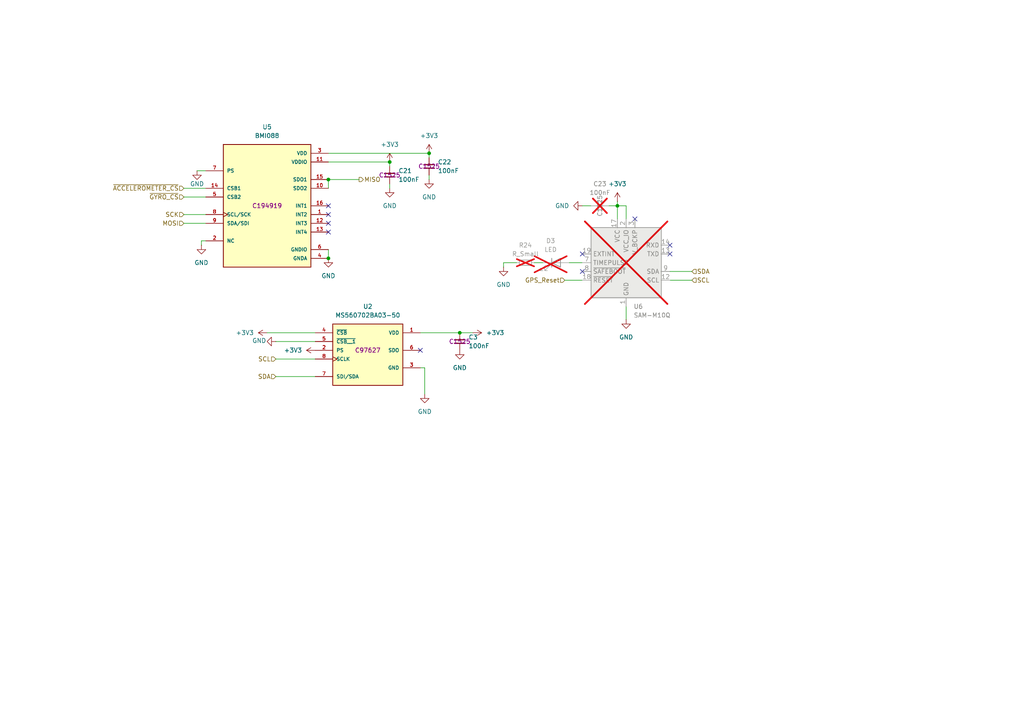
<source format=kicad_sch>
(kicad_sch (version 20250114) (generator "eeschema") (generator_version "9.0")
  (paper "A4")
  (title_block (title "Anthony Runio") (date "2025-01-07") (rev "1.0") (company "Oregon State University") (comment 1 "Sensor block for ASDT flight computer"))
  (lib_symbols
    (symbol "BMI088:BMI088" (pin_names (offset 1.016))
      (property "Reference" "U" (at -12.7 18.415 0))
      (property "Value" "BMI088" (at -12.7 -20.32 0))
      (symbol "BMI088_0_0"
        (rectangle (start -12.7 -17.78) (end 12.7 17.78) (stroke (width 0.254)) (fill (type background)))
        (pin input line (at -17.78 10.16 0) (length 5.08) (name "PS") (number "7"))
        (pin input line (at -17.78 5.08 0) (length 5.08) (name "CSB1") (number "14"))
        (pin input line (at -17.78 2.54 0) (length 5.08) (name "CSB2") (number "5"))
        (pin input clock (at -17.78 -2.54 0) (length 5.08) (name "SCL/SCK") (number "8"))
        (pin bidirectional line (at -17.78 -5.08 0) (length 5.08) (name "SDA/SDI") (number "9"))
        (pin passive line (at -17.78 -10.16 0) (length 5.08) (name "NC") (number "2"))
        (pin power_in line (at 17.78 15.24 180) (length 5.08) (name "VDD") (number "3"))
        (pin power_in line (at 17.78 12.7 180) (length 5.08) (name "VDDIO") (number "11"))
        (pin output line (at 17.78 7.62 180) (length 5.08) (name "SDO1") (number "15"))
        (pin output line (at 17.78 5.08 180) (length 5.08) (name "SDO2") (number "10"))
        (pin bidirectional line (at 17.78 0 180) (length 5.08) (name "INT1") (number "16"))
        (pin bidirectional line (at 17.78 -2.54 180) (length 5.08) (name "INT2") (number "1"))
        (pin bidirectional line (at 17.78 -5.08 180) (length 5.08) (name "INT3") (number "12"))
        (pin bidirectional line (at 17.78 -7.62 180) (length 5.08) (name "INT4") (number "13"))
        (pin power_in line (at 17.78 -12.7 180) (length 5.08) (name "GNDIO") (number "6"))
        (pin power_in line (at 17.78 -15.24 180) (length 5.08) (name "GNDA") (number "4"))
      )
    )
    (symbol "Device:C_Small" (pin_numbers (hide yes)) (pin_names (offset 0.254) (hide yes))
      (property "Reference" "C" (at 0.254 1.778 0))
      (property "Value" "C_Small" (at 0.254 -2.032 0))
      (symbol "C_Small_0_1"
        (polyline (pts (xy -1.524 0.508) (xy 1.524 0.508)) (stroke (width 0.3048)))
        (polyline (pts (xy -1.524 -0.508) (xy 1.524 -0.508)) (stroke (width 0.3302)))
      )
      (symbol "C_Small_1_1"
        (pin passive line (at 0 2.54 270) (length 2.032) (name "~") (number "1"))
        (pin passive line (at 0 -2.54 90) (length 2.032) (name "~") (number "2"))
      )
    )
    (symbol "Device:LED" (pin_numbers (hide yes)) (pin_names (offset 1.016) (hide yes))
      (property "Reference" "D" (at 0 2.54 0))
      (property "Value" "LED" (at 0 -2.54 0))
      (symbol "LED_0_1"
        (polyline (pts (xy -3.048 -0.762) (xy -4.572 -2.286) (xy -3.81 -2.286) (xy -4.572 -2.286) (xy -4.572 -1.524)))
        (polyline (pts (xy -1.778 -0.762) (xy -3.302 -2.286) (xy -2.54 -2.286) (xy -3.302 -2.286) (xy -3.302 -1.524)))
        (polyline (pts (xy -1.27 0) (xy 1.27 0)))
        (polyline (pts (xy -1.27 -1.27) (xy -1.27 1.27)) (stroke (width 0.254)))
        (polyline (pts (xy 1.27 -1.27) (xy 1.27 1.27) (xy -1.27 0) (xy 1.27 -1.27)) (stroke (width 0.254)))
      )
      (symbol "LED_1_1"
        (pin passive line (at -3.81 0 0) (length 2.54) (name "K") (number "1"))
        (pin passive line (at 3.81 0 180) (length 2.54) (name "A") (number "2"))
      )
    )
    (symbol "Device:R_Small" (pin_numbers (hide yes)) (pin_names (offset 0.254) (hide yes))
      (property "Reference" "R" (at 0.762 0.508 0))
      (property "Value" "R_Small" (at 0.762 -1.016 0))
      (symbol "R_Small_0_1"
        (rectangle (start -0.762 1.778) (end 0.762 -1.778) (stroke (width 0.2032)))
      )
      (symbol "R_Small_1_1"
        (pin passive line (at 0 2.54 270) (length 0.762) (name "~") (number "1"))
        (pin passive line (at 0 -2.54 90) (length 0.762) (name "~") (number "2"))
      )
    )
    (symbol "MS560702BA03-50:MS560702BA03-50" (pin_names (offset 1.016))
      (property "Reference" "U" (at -10.1694 8.3898 0))
      (property "Value" "MS560702BA03-50" (at -10.1682 -12.7082 0))
      (symbol "MS560702BA03-50_0_0"
        (rectangle (start -10.16 -10.16) (end 10.16 7.62) (stroke (width 0.254)) (fill (type background)))
        (pin input line (at -15.24 5.08 0) (length 5.08) (name "~{CSB}") (number "4"))
        (pin input line (at -15.24 2.54 0) (length 5.08) (name "~{CSB__1}") (number "5"))
        (pin input line (at -15.24 0 0) (length 5.08) (name "PS") (number "2"))
        (pin input clock (at -15.24 -2.54 0) (length 5.08) (name "SCLK") (number "8"))
        (pin bidirectional line (at -15.24 -7.62 0) (length 5.08) (name "SDI/SDA") (number "7"))
        (pin power_in line (at 15.24 5.08 180) (length 5.08) (name "VDD") (number "1"))
        (pin output line (at 15.24 0 180) (length 5.08) (name "SDO") (number "6"))
        (pin power_in line (at 15.24 -5.08 180) (length 5.08) (name "GND") (number "3"))
      )
    )
    (symbol "RF_GPS:SAM-M8Q"
      (property "Reference" "U" (at -8.89 11.43 0))
      (property "Value" "SAM-M8Q" (at 8.89 11.43 0))
      (symbol "SAM-M8Q_0_1"
        (rectangle (start -10.16 10.16) (end 10.16 -10.16) (stroke (width 0.254)) (fill (type background)))
      )
      (symbol "SAM-M8Q_1_1"
        (pin input line (at -12.7 2.54 0) (length 2.54) (name "EXTINT") (number "19"))
        (pin output line (at -12.7 0 0) (length 2.54) (name "TIMEPULSE") (number "7"))
        (pin input line (at -12.7 -2.54 0) (length 2.54) (name "~{SAFEBOOT}") (number "8"))
        (pin input line (at -12.7 -5.08 0) (length 2.54) (name "~{RESET}") (number "18"))
        (pin power_in line (at -2.54 12.7 270) (length 2.54) (name "VCC") (number "17"))
        (pin power_in line (at 0 12.7 270) (length 2.54) (name "VCC_IO") (number "2"))
        (pin power_in line (at 0 -12.7 90) (length 2.54) (name "GND") (number "1"))
        (pin passive line (at 0 -12.7 90) (length 2.54) (hide yes) (name "GND") (number "10"))
        (pin passive line (at 0 -12.7 90) (length 2.54) (hide yes) (name "GND") (number "11"))
        (pin passive line (at 0 -12.7 90) (length 2.54) (hide yes) (name "GND") (number "15"))
        (pin passive line (at 0 -12.7 90) (length 2.54) (hide yes) (name "GND") (number "16"))
        (pin passive line (at 0 -12.7 90) (length 2.54) (hide yes) (name "GND") (number "20"))
        (pin passive line (at 0 -12.7 90) (length 2.54) (hide yes) (name "GND") (number "4"))
        (pin passive line (at 0 -12.7 90) (length 2.54) (hide yes) (name "GND") (number "5"))
        (pin passive line (at 0 -12.7 90) (length 2.54) (hide yes) (name "GND") (number "6"))
        (pin power_in line (at 2.54 12.7 270) (length 2.54) (name "V_BCKP") (number "3"))
        (pin input line (at 12.7 5.08 180) (length 2.54) (name "RXD") (number "14"))
        (pin output line (at 12.7 2.54 180) (length 2.54) (name "TXD") (number "13"))
        (pin bidirectional line (at 12.7 -2.54 180) (length 2.54) (name "SDA") (number "9"))
        (pin input line (at 12.7 -5.08 180) (length 2.54) (name "SCL") (number "12"))
      )
    )
    (symbol "power:+3V3" (power) (pin_numbers (hide yes)) (pin_names (offset 0) (hide yes))
      (property "Value" "+3V3" (at 0 3.556 0))
      (symbol "+3V3_0_1"
        (polyline (pts (xy -0.762 1.27) (xy 0 2.54)))
        (polyline (pts (xy 0 2.54) (xy 0.762 1.27)))
        (polyline (pts (xy 0 0) (xy 0 2.54)))
      )
      (symbol "+3V3_1_1"
        (pin power_in line (at 0 0 90) (length 0) (name "~") (number "1"))
      )
    )
    (symbol "power:GND" (power) (pin_numbers (hide yes)) (pin_names (offset 0) (hide yes))
      (property "Value" "GND" (at 0 -3.81 0))
      (symbol "GND_0_1"
        (polyline (pts (xy 0 0) (xy 0 -1.27) (xy 1.27 -1.27) (xy 0 -2.54) (xy -1.27 -1.27) (xy 0 -1.27)))
      )
      (symbol "GND_1_1"
        (pin power_in line (at 0 0 270) (length 0) (name "~") (number "1"))
      )
    )
  )
  (junction (at 179.07 59.69))
  (junction (at 95.25 52.07))
  (junction (at 113.03 46.99))
  (junction (at 95.25 74.93))
  (junction (at 133.35 96.52))
  (junction (at 124.46 44.45))
  (no_connect (at 121.92 101.6))
  (no_connect (at 95.25 64.77))
  (no_connect (at 95.25 67.31))
  (no_connect (at 95.25 59.69))
  (no_connect (at 184.15 63.5))
  (no_connect (at 194.31 71.12))
  (no_connect (at 194.31 73.66))
  (no_connect (at 168.91 78.74))
  (no_connect (at 95.25 62.23))
  (no_connect (at 168.91 73.66))
  (wire (pts (xy 133.35 96.52) (xy 137.16 96.52)))
  (wire (pts (xy 124.46 50.8) (xy 124.46 52.07)))
  (wire (pts (xy 77.47 96.52) (xy 91.44 96.52)))
  (wire (pts (xy 194.31 81.28) (xy 200.66 81.28)))
  (wire (pts (xy 179.07 59.69) (xy 176.53 59.69)))
  (wire (pts (xy 80.01 99.06) (xy 91.44 99.06)))
  (wire (pts (xy 146.05 77.47) (xy 146.05 76.2)))
  (wire (pts (xy 121.92 96.52) (xy 133.35 96.52)))
  (wire (pts (xy 95.25 52.07) (xy 104.14 52.07)))
  (wire (pts (xy 113.03 46.99) (xy 95.25 46.99)))
  (wire (pts (xy 95.25 44.45) (xy 124.46 44.45)))
  (wire (pts (xy 59.69 49.53) (xy 57.15 49.53)))
  (wire (pts (xy 58.42 69.85) (xy 58.42 71.12)))
  (wire (pts (xy 59.69 69.85) (xy 58.42 69.85)))
  (wire (pts (xy 53.34 57.15) (xy 59.69 57.15)))
  (wire (pts (xy 179.07 58.42) (xy 179.07 59.69)))
  (wire (pts (xy 53.34 62.23) (xy 59.69 62.23)))
  (wire (pts (xy 91.44 109.22) (xy 80.01 109.22)))
  (wire (pts (xy 80.01 104.14) (xy 91.44 104.14)))
  (wire (pts (xy 163.83 81.28) (xy 168.91 81.28)))
  (wire (pts (xy 124.46 44.45) (xy 124.46 45.72)))
  (wire (pts (xy 165.1 76.2) (xy 168.91 76.2)))
  (wire (pts (xy 113.03 48.26) (xy 113.03 46.99)))
  (wire (pts (xy 53.34 54.61) (xy 59.69 54.61)))
  (wire (pts (xy 194.31 78.74) (xy 200.66 78.74)))
  (wire (pts (xy 95.25 52.07) (xy 95.25 54.61)))
  (wire (pts (xy 179.07 63.5) (xy 179.07 59.69)))
  (wire (pts (xy 95.25 72.39) (xy 95.25 74.93)))
  (wire (pts (xy 181.61 88.9) (xy 181.61 92.71)))
  (wire (pts (xy 154.94 76.2) (xy 157.48 76.2)))
  (wire (pts (xy 113.03 53.34) (xy 113.03 54.61)))
  (wire (pts (xy 121.92 106.68) (xy 123.19 106.68)))
  (wire (pts (xy 181.61 59.69) (xy 179.07 59.69)))
  (wire (pts (xy 53.34 64.77) (xy 59.69 64.77)))
  (wire (pts (xy 168.91 59.69) (xy 171.45 59.69)))
  (wire (pts (xy 181.61 63.5) (xy 181.61 59.69)))
  (wire (pts (xy 146.05 76.2) (xy 149.86 76.2)))
  (wire (pts (xy 123.19 106.68) (xy 123.19 114.3)))
  (hierarchical_label "SDA" (shape input) (at 200.66 78.74 0))
  (hierarchical_label "SDA" (shape input) (at 80.01 109.22 180))
  (hierarchical_label "GPS_Reset" (shape input) (at 163.83 81.28 180))
  (hierarchical_label "MISO" (shape output) (at 104.14 52.07 0))
  (hierarchical_label "~{ACCELEROMETER_CS}" (shape input) (at 53.34 54.61 180))
  (hierarchical_label "~{GYRO_CS}" (shape input) (at 53.34 57.15 180))
  (hierarchical_label "SCL" (shape input) (at 200.66 81.28 0))
  (hierarchical_label "MOSI" (shape input) (at 53.34 64.77 180))
  (hierarchical_label "SCL" (shape input) (at 80.01 104.14 180))
  (hierarchical_label "SCK" (shape input) (at 53.34 62.23 180))
  (symbol (lib_id "Device:R_Small") (at 152.4 76.2 270) (unit 1) (dnp yes)
    (property "Reference" "R24" (at 152.4 71.12 90))
    (property "Value" "R_Small" (at 152.4 73.66 90))
    (property "Footprint" "Resistor_SMD:R_0603_1608Metric" (effects (hide yes)))
    (property "Description" "Resistor, small symbol" (effects (hide yes)))
  )
  (symbol (lib_id "power:+3V3") (at 91.44 101.6 90) (unit 1)
    (property "Reference" "#PWR065" (effects (hide yes)))
    (property "Value" "+3V3" (at 87.63 101.5999 90) (effects (justify left)))
    (property "Description" "Power symbol creates a global label with name \"+3V3\"" (effects (hide yes)))
  )
  (symbol (lib_id "Device:C_Small") (at 113.03 50.8 0) (unit 1)
    (property "Reference" "C21" (at 115.57 49.5362 0) (effects (justify left)))
    (property "Value" "100nF" (at 115.57 52.0762 0) (effects (justify left)))
    (property "Footprint" "Capacitor_SMD:C_0402_1005Metric" (effects (hide yes)))
    (property "Description" "Unpolarized capacitor, small symbol" (effects (hide yes)))
    (property "LCSC" "C1525" (at 113.03 50.8 0))
  )
  (symbol (lib_id "Device:C_Small") (at 124.46 48.26 0) (unit 1)
    (property "Reference" "C22" (at 127 46.9962 0) (effects (justify left)))
    (property "Value" "100nF" (at 127 49.5362 0) (effects (justify left)))
    (property "Footprint" "Capacitor_SMD:C_0402_1005Metric" (effects (hide yes)))
    (property "Description" "Unpolarized capacitor, small symbol" (effects (hide yes)))
    (property "LCSC" "C1525" (at 124.46 48.26 0))
  )
  (symbol (lib_id "power:GND") (at 133.35 101.6 0) (unit 1)
    (property "Reference" "#PWR07" (effects (hide yes)))
    (property "Value" "GND" (at 133.35 106.68 0))
    (property "Description" "Power symbol creates a global label with name \"GND\" , ground" (effects (hide yes)))
  )
  (symbol (lib_id "Device:LED") (at 161.29 76.2 0) (unit 1) (dnp yes)
    (property "Reference" "D3" (at 159.7025 69.85 0))
    (property "Value" "LED" (at 159.7025 72.39 0))
    (property "Footprint" "LED_SMD:LED_0603_1608Metric" (effects (hide yes)))
    (property "Description" "Light emitting diode" (effects (hide yes)))
    (property "Sim.Pins" "1=K 2=A" (effects (hide yes)))
  )
  (symbol (lib_id "power:GND") (at 58.42 71.12 0) (unit 1)
    (property "Reference" "#PWR086" (effects (hide yes)))
    (property "Value" "GND" (at 58.42 76.2 0))
    (property "Description" "Power symbol creates a global label with name \"GND\" , ground" (effects (hide yes)))
  )
  (symbol (lib_id "power:+3V3") (at 137.16 96.52 270) (unit 1)
    (property "Reference" "#PWR063" (effects (hide yes)))
    (property "Value" "+3V3" (at 140.97 96.5199 90) (effects (justify left)))
    (property "Description" "Power symbol creates a global label with name \"+3V3\"" (effects (hide yes)))
  )
  (symbol (lib_id "power:GND") (at 168.91 59.69 270) (unit 1)
    (property "Reference" "#PWR058" (effects (hide yes)))
    (property "Value" "GND" (at 165.1 59.6899 90) (effects (justify right)))
    (property "Description" "Power symbol creates a global label with name \"GND\" , ground" (effects (hide yes)))
  )
  (symbol (lib_id "power:GND") (at 124.46 52.07 0) (unit 1)
    (property "Reference" "#PWR049" (effects (hide yes)))
    (property "Value" "GND" (at 124.46 57.15 0))
    (property "Description" "Power symbol creates a global label with name \"GND\" , ground" (effects (hide yes)))
  )
  (symbol (lib_id "power:GND") (at 181.61 92.71 0) (unit 1)
    (property "Reference" "#PWR060" (effects (hide yes)))
    (property "Value" "GND" (at 181.61 97.79 0))
    (property "Description" "Power symbol creates a global label with name \"GND\" , ground" (effects (hide yes)))
  )
  (symbol (lib_id "power:GND") (at 146.05 77.47 0) (unit 1)
    (property "Reference" "#PWR074" (effects (hide yes)))
    (property "Value" "GND" (at 146.05 82.55 0))
    (property "Description" "Power symbol creates a global label with name \"GND\" , ground" (effects (hide yes)))
  )
  (symbol (lib_id "power:+3V3") (at 77.47 96.52 90) (unit 1)
    (property "Reference" "#PWR064" (effects (hide yes)))
    (property "Value" "+3V3" (at 73.66 96.5199 90) (effects (justify left)))
    (property "Description" "Power symbol creates a global label with name \"+3V3\"" (effects (hide yes)))
  )
  (symbol (lib_id "power:+3V3") (at 113.03 46.99 0) (unit 1)
    (property "Reference" "#PWR055" (effects (hide yes)))
    (property "Value" "+3V3" (at 113.03 41.91 0))
    (property "Description" "Power symbol creates a global label with name \"+3V3\"" (effects (hide yes)))
  )
  (symbol (lib_id "power:GND") (at 123.19 114.3 0) (unit 1)
    (property "Reference" "#PWR03" (effects (hide yes)))
    (property "Value" "GND" (at 123.19 119.38 0))
    (property "Description" "Power symbol creates a global label with name \"GND\" , ground" (effects (hide yes)))
  )
  (symbol (lib_id "MS560702BA03-50:MS560702BA03-50") (at 106.68 101.6 0) (unit 1)
    (property "Reference" "U2" (at 106.68 88.9 0))
    (property "Value" "MS560702BA03-50" (at 106.68 91.44 0))
    (property "Footprint" "MS56:SON8_MS5611_TEC" (effects (hide yes)))
    (property "STANDARD" "MANUFACTURER RECOMMENDATIONS" (effects (hide yes)))
    (property "MANUFACTURER" "TE CONNECTIVITY" (effects (hide yes)))
    (property "LCSC" "C97627" (at 106.68 101.6 0))
  )
  (symbol (lib_id "power:GND") (at 57.15 49.53 0) (unit 1)
    (property "Reference" "#PWR084" (effects (hide yes)))
    (property "Value" "GND" (at 57.15 53.34 0))
    (property "Description" "Power symbol creates a global label with name \"GND\" , ground" (effects (hide yes)))
  )
  (symbol (lib_id "BMI088:BMI088") (at 77.47 59.69 0) (unit 1)
    (property "Reference" "U5" (at 77.47 36.83 0))
    (property "Value" "BMI088" (at 77.47 39.37 0))
    (property "Footprint" "asdt-4:PQFN50P450X300X100-16N" (effects (hide yes)))
    (property "MF" "Bosch Sensortec" (effects (hide yes)))
    (property "PURCHASE-URL" "https://pricing.snapeda.com/search/part/BMI088/?ref=eda" (effects (hide yes)))
    (property "PACKAGE" "VFLGA-16 Bosch Sensortec" (effects (hide yes)))
    (property "PRICE" "None" (effects (hide yes)))
    (property "MP" "BMI088" (effects (hide yes)))
    (property "AVAILABILITY" "In Stock" (effects (hide yes)))
    (property "DESCRIPTION" "Accelerometer, Gyroscope, 6 Axis Sensor I²C, SPI Output" (effects (hide yes)))
    (property "LCSC" "C194919" (at 77.47 59.69 0))
  )
  (symbol (lib_id "power:+3V3") (at 179.07 58.42 0) (unit 1)
    (property "Reference" "#PWR059" (effects (hide yes)))
    (property "Value" "+3V3" (at 179.07 53.34 0))
    (property "Description" "Power symbol creates a global label with name \"+3V3\"" (effects (hide yes)))
  )
  (symbol (lib_id "RF_GPS:SAM-M8Q") (at 181.61 76.2 0) (unit 1) (dnp yes)
    (property "Reference" "U6" (at 183.7533 88.9 0) (effects (justify left)))
    (property "Value" "SAM-M10Q" (at 183.7533 91.44 0) (effects (justify left)))
    (property "Footprint" "RF_GPS:ublox_SAM-M8Q" (effects (hide yes)))
    (property "Datasheet" "https://www.u-blox.com/sites/default/files/SAM-M8Q_DataSheet_%28UBX-16012619%29.pdf" (effects (hide yes)))
    (property "Description" "GPS ublox M8 variant" (effects (hide yes)))
  )
  (symbol (lib_id "Device:C_Small") (at 133.35 99.06 0) (unit 1)
    (property "Reference" "C3" (at 135.89 97.7962 0) (effects (justify left)))
    (property "Value" "100nF" (at 135.89 100.3362 0) (effects (justify left)))
    (property "Footprint" "Capacitor_SMD:C_0402_1005Metric" (effects (hide yes)))
    (property "Description" "Unpolarized capacitor, small symbol" (effects (hide yes)))
    (property "LCSC" "C1525" (at 133.35 99.06 0))
  )
  (symbol (lib_id "Device:C_Small") (at 173.99 59.69 90) (unit 1) (dnp yes)
    (property "Reference" "C23" (at 173.9963 53.34 90))
    (property "Value" "100nF" (at 173.9963 55.88 90))
    (property "Footprint" "Capacitor_SMD:C_0402_1005Metric" (effects (hide yes)))
    (property "Description" "Unpolarized capacitor, small symbol" (effects (hide yes)))
    (property "LCSC" "C1525" (at 173.99 59.69 0))
  )
  (symbol (lib_id "power:GND") (at 80.01 99.06 270) (unit 1)
    (property "Reference" "#PWR06" (effects (hide yes)))
    (property "Value" "GND" (at 75.184 98.806 90))
    (property "Description" "Power symbol creates a global label with name \"GND\" , ground" (effects (hide yes)))
  )
  (symbol (lib_id "power:+3V3") (at 124.46 44.45 0) (unit 1)
    (property "Reference" "#PWR054" (effects (hide yes)))
    (property "Value" "+3V3" (at 124.46 39.37 0))
    (property "Description" "Power symbol creates a global label with name \"+3V3\"" (effects (hide yes)))
  )
  (symbol (lib_id "power:GND") (at 95.25 74.93 0) (unit 1)
    (property "Reference" "#PWR045" (effects (hide yes)))
    (property "Value" "GND" (at 95.25 80.01 0))
    (property "Description" "Power symbol creates a global label with name \"GND\" , ground" (effects (hide yes)))
  )
  (symbol (lib_id "power:GND") (at 113.03 54.61 0) (unit 1)
    (property "Reference" "#PWR053" (effects (hide yes)))
    (property "Value" "GND" (at 113.03 59.69 0))
    (property "Description" "Power symbol creates a global label with name \"GND\" , ground" (effects (hide yes)))
  )
)
</source>
